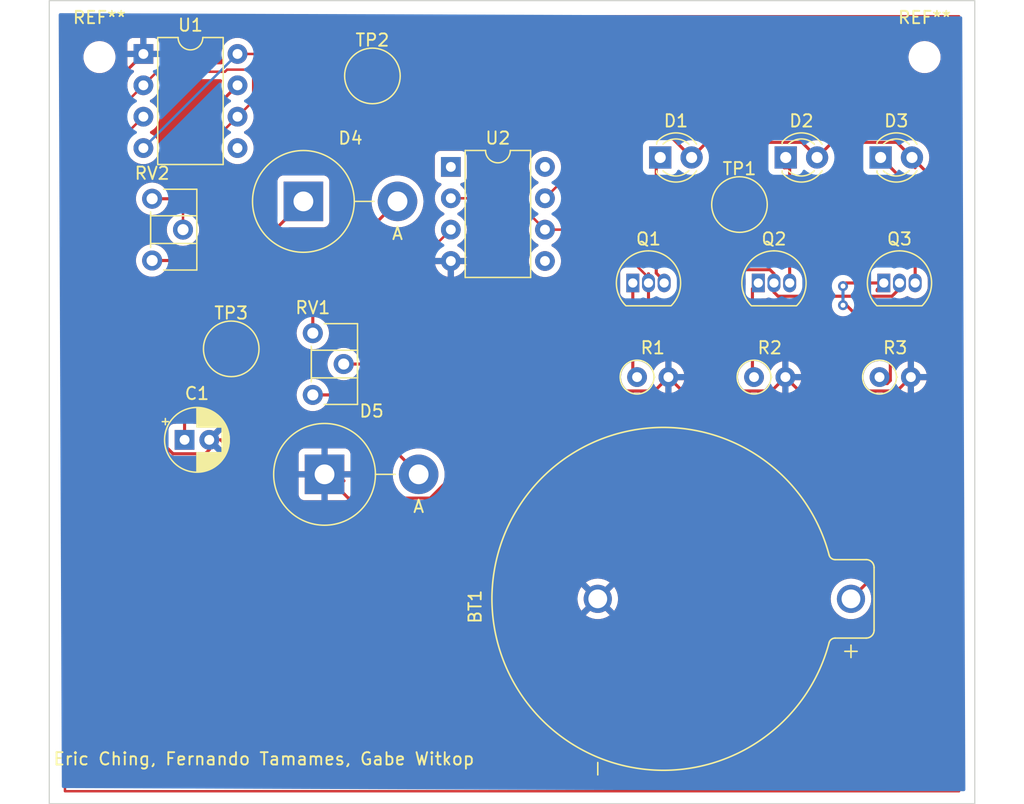
<source format=kicad_pcb>
(kicad_pcb (version 20221018) (generator pcbnew)
  (layers (0 "F.Cu" signal) (31 "B.Cu" signal) (34 "B.Paste" user) (35 "F.Paste" user) (36 "B.SilkS" user "B.Silkscreen") (37 "F.SilkS" user "F.Silkscreen") (38 "B.Mask" user) (39 "F.Mask" user) (44 "Edge.Cuts" user))
  (net 0 "")
  (net 1 "GND")
  (net 2 "Net-(D1-K)")
  (net 3 "Net-(D2-K)")
  (net 4 "Net-(D3-K)")
  (net 5 "Net-(D4-K)")
  (net 6 "Net-(D4-A)")
  (net 7 "Net-(D5-A)")
  (net 8 "Net-(Q1-E)")
  (net 9 "Net-(Q1-B)")
  (net 10 "Net-(Q2-E)")
  (net 11 "Net-(Q3-E)")
  (net 12 "Net-(U2-+)")
  (net 13 "Net-(U1-DIS)")
  (net 18 "Net-(U1-THR)")
  (net 19 "+3.3V")
  (footprint "elec240_ornament_footprint:BAT_1026" (layer "F.Cu") (at 127.442455 104.314767 90)
    (fp_text reference "BT1" (at -0.635 -15.24 90) (layer "F.SilkS"))
    (fp_text value "Battery")
    (fp_line (start -14.25 -5.3108) (end -13.25 -5.3108) (stroke (width 0.127)) (layer "F.SilkS"))
    (fp_line (start -4.75 15.1892) (end -3.75 15.1892) (stroke (width 0.127)) (layer "F.SilkS"))
    (fp_line (start -4.25 14.6892) (end -4.25 15.6892) (stroke (width 0.127)) (layer "F.SilkS"))
    (fp_line (start -3.175 13.9098) (end -3.175 16.4242) (stroke (width 0.127)) (layer "F.SilkS"))
    (fp_line (start -2.54 17.0592) (end 2.54 17.0592) (stroke (width 0.127)) (layer "F.SilkS"))
    (fp_line (start 3.175 13.9098) (end 3.175 16.4242) (stroke (width 0.127)) (layer "F.SilkS"))
    (fp_arc (start -3.55402 13.4173) (mid -3.280724 13.599069) (end -3.175 13.9098) (stroke (width 0.127)) (layer "F.SilkS"))
    (fp_arc (start -3.55402 13.4173) (mid 0 -13.879992) (end 3.55402 13.4173) (stroke (width 0.127)) (layer "F.SilkS"))
    (fp_arc (start -2.54 17.0592) (mid -2.989013 16.873213) (end -3.175 16.4242) (stroke (width 0.127)) (layer "F.SilkS"))
    (fp_arc (start 3.175 13.9098) (mid 3.280723 13.599067) (end 3.55402 13.4173) (stroke (width 0.127)) (layer "F.SilkS"))
    (fp_arc (start 3.175 16.4242) (mid 2.989013 16.873213) (end 2.54 17.0592) (stroke (width 0.127)) (layer "F.SilkS"))
    (pad "N" thru_hole circle (at 0 -5.3108 90) (size 2.28 2.28) (drill 1.52) (layers "*.Cu" "*.Mask") (net 1 "GND"))
    (pad "P" thru_hole circle (at 0 15.1892 90) (size 2.28 2.28) (drill 1.52) (layers "*.Cu" "*.Mask") (net 19 "+3.3V"))
  )
  (footprint "Capacitor_THT:CP_Radial_D5.0mm_P2.00mm" (layer "F.Cu") (at 88.678 91.44)
    (fp_text reference "C1" (at 1 -3.75) (layer "F.SilkS"))
    (fp_text value "47u")
    (fp_line (start -1.804775 -1.475) (end -1.304775 -1.475) (stroke (width 0.12)) (layer "F.SilkS"))
    (fp_line (start -1.554775 -1.725) (end -1.554775 -1.225) (stroke (width 0.12)) (layer "F.SilkS"))
    (fp_line (start 1 -2.58) (end 1 -1.04) (stroke (width 0.12)) (layer "F.SilkS"))
    (fp_line (start 1 1.04) (end 1 2.58) (stroke (width 0.12)) (layer "F.SilkS"))
    (fp_line (start 1.04 -2.58) (end 1.04 -1.04) (stroke (width 0.12)) (layer "F.SilkS"))
    (fp_line (start 1.04 1.04) (end 1.04 2.58) (stroke (width 0.12)) (layer "F.SilkS"))
    (fp_line (start 1.08 -2.579) (end 1.08 -1.04) (stroke (width 0.12)) (layer "F.SilkS"))
    (fp_line (start 1.08 1.04) (end 1.08 2.579) (stroke (width 0.12)) (layer "F.SilkS"))
    (fp_line (start 1.12 -2.578) (end 1.12 -1.04) (stroke (width 0.12)) (layer "F.SilkS"))
    (fp_line (start 1.12 1.04) (end 1.12 2.578) (stroke (width 0.12)) (layer "F.SilkS"))
    (fp_line (start 1.16 -2.576) (end 1.16 -1.04) (stroke (width 0.12)) (layer "F.SilkS"))
    (fp_line (start 1.16 1.04) (end 1.16 2.576) (stroke (width 0.12)) (layer "F.SilkS"))
    (fp_line (start 1.2 -2.573) (end 1.2 -1.04) (stroke (width 0.12)) (layer "F.SilkS"))
    (fp_line (start 1.2 1.04) (end 1.2 2.573) (stroke (width 0.12)) (layer "F.SilkS"))
    (fp_line (start 1.24 -2.569) (end 1.24 -1.04) (stroke (width 0.12)) (layer "F.SilkS"))
    (fp_line (start 1.24 1.04) (end 1.24 2.569) (stroke (width 0.12)) (layer "F.SilkS"))
    (fp_line (start 1.28 -2.565) (end 1.28 -1.04) (stroke (width 0.12)) (layer "F.SilkS"))
    (fp_line (start 1.28 1.04) (end 1.28 2.565) (stroke (width 0.12)) (layer "F.SilkS"))
    (fp_line (start 1.32 -2.561) (end 1.32 -1.04) (stroke (width 0.12)) (layer "F.SilkS"))
    (fp_line (start 1.32 1.04) (end 1.32 2.561) (stroke (width 0.12)) (layer "F.SilkS"))
    (fp_line (start 1.36 -2.556) (end 1.36 -1.04) (stroke (width 0.12)) (layer "F.SilkS"))
    (fp_line (start 1.36 1.04) (end 1.36 2.556) (stroke (width 0.12)) (layer "F.SilkS"))
    (fp_line (start 1.4 -2.55) (end 1.4 -1.04) (stroke (width 0.12)) (layer "F.SilkS"))
    (fp_line (start 1.4 1.04) (end 1.4 2.55) (stroke (width 0.12)) (layer "F.SilkS"))
    (fp_line (start 1.44 -2.543) (end 1.44 -1.04) (stroke (width 0.12)) (layer "F.SilkS"))
    (fp_line (start 1.44 1.04) (end 1.44 2.543) (stroke (width 0.12)) (layer "F.SilkS"))
    (fp_line (start 1.48 -2.536) (end 1.48 -1.04) (stroke (width 0.12)) (layer "F.SilkS"))
    (fp_line (start 1.48 1.04) (end 1.48 2.536) (stroke (width 0.12)) (layer "F.SilkS"))
    (fp_line (start 1.52 -2.528) (end 1.52 -1.04) (stroke (width 0.12)) (layer "F.SilkS"))
    (fp_line (start 1.52 1.04) (end 1.52 2.528) (stroke (width 0.12)) (layer "F.SilkS"))
    (fp_line (start 1.56 -2.52) (end 1.56 -1.04) (stroke (width 0.12)) (layer "F.SilkS"))
    (fp_line (start 1.56 1.04) (end 1.56 2.52) (stroke (width 0.12)) (layer "F.SilkS"))
    (fp_line (start 1.6 -2.511) (end 1.6 -1.04) (stroke (width 0.12)) (layer "F.SilkS"))
    (fp_line (start 1.6 1.04) (end 1.6 2.511) (stroke (width 0.12)) (layer "F.SilkS"))
    (fp_line (start 1.64 -2.501) (end 1.64 -1.04) (stroke (width 0.12)) (layer "F.SilkS"))
    (fp_line (start 1.64 1.04) (end 1.64 2.501) (stroke (width 0.12)) (layer "F.SilkS"))
    (fp_line (start 1.68 -2.491) (end 1.68 -1.04) (stroke (width 0.12)) (layer "F.SilkS"))
    (fp_line (start 1.68 1.04) (end 1.68 2.491) (stroke (width 0.12)) (layer "F.SilkS"))
    (fp_line (start 1.721 -2.48) (end 1.721 -1.04) (stroke (width 0.12)) (layer "F.SilkS"))
    (fp_line (start 1.721 1.04) (end 1.721 2.48) (stroke (width 0.12)) (layer "F.SilkS"))
    (fp_line (start 1.761 -2.468) (end 1.761 -1.04) (stroke (width 0.12)) (layer "F.SilkS"))
    (fp_line (start 1.761 1.04) (end 1.761 2.468) (stroke (width 0.12)) (layer "F.SilkS"))
    (fp_line (start 1.801 -2.455) (end 1.801 -1.04) (stroke (width 0.12)) (layer "F.SilkS"))
    (fp_line (start 1.801 1.04) (end 1.801 2.455) (stroke (width 0.12)) (layer "F.SilkS"))
    (fp_line (start 1.841 -2.442) (end 1.841 -1.04) (stroke (width 0.12)) (layer "F.SilkS"))
    (fp_line (start 1.841 1.04) (end 1.841 2.442) (stroke (width 0.12)) (layer "F.SilkS"))
    (fp_line (start 1.881 -2.428) (end 1.881 -1.04) (stroke (width 0.12)) (layer "F.SilkS"))
    (fp_line (start 1.881 1.04) (end 1.881 2.428) (stroke (width 0.12)) (layer "F.SilkS"))
    (fp_line (start 1.921 -2.414) (end 1.921 -1.04) (stroke (width 0.12)) (layer "F.SilkS"))
    (fp_line (start 1.921 1.04) (end 1.921 2.414) (stroke (width 0.12)) (layer "F.SilkS"))
    (fp_line (start 1.961 -2.398) (end 1.961 -1.04) (stroke (width 0.12)) (layer "F.SilkS"))
    (fp_line (start 1.961 1.04) (end 1.961 2.398) (stroke (width 0.12)) (layer "F.SilkS"))
    (fp_line (start 2.001 -2.382) (end 2.001 -1.04) (stroke (width 0.12)) (layer "F.SilkS"))
    (fp_line (start 2.001 1.04) (end 2.001 2.382) (stroke (width 0.12)) (layer "F.SilkS"))
    (fp_line (start 2.041 -2.365) (end 2.041 -1.04) (stroke (width 0.12)) (layer "F.SilkS"))
    (fp_line (start 2.041 1.04) (end 2.041 2.365) (stroke (width 0.12)) (layer "F.SilkS"))
    (fp_line (start 2.081 -2.348) (end 2.081 -1.04) (stroke (width 0.12)) (layer "F.SilkS"))
    (fp_line (start 2.081 1.04) (end 2.081 2.348) (stroke (width 0.12)) (layer "F.SilkS"))
    (fp_line (start 2.121 -2.329) (end 2.121 -1.04) (stroke (width 0.12)) (layer "F.SilkS"))
    (fp_line (start 2.121 1.04) (end 2.121 2.329) (stroke (width 0.12)) (layer "F.SilkS"))
    (fp_line (start 2.161 -2.31) (end 2.161 -1.04) (stroke (width 0.12)) (layer "F.SilkS"))
    (fp_line (start 2.161 1.04) (end 2.161 2.31) (stroke (width 0.12)) (layer "F.SilkS"))
    (fp_line (start 2.201 -2.29) (end 2.201 -1.04) (stroke (width 0.12)) (layer "F.SilkS"))
    (fp_line (start 2.201 1.04) (end 2.201 2.29) (stroke (width 0.12)) (layer "F.SilkS"))
    (fp_line (start 2.241 -2.268) (end 2.241 -1.04) (stroke (width 0.12)) (layer "F.SilkS"))
    (fp_line (start 2.241 1.04) (end 2.241 2.268) (stroke (width 0.12)) (layer "F.SilkS"))
    (fp_line (start 2.281 -2.247) (end 2.281 -1.04) (stroke (width 0.12)) (layer "F.SilkS"))
    (fp_line (start 2.281 1.04) (end 2.281 2.247) (stroke (width 0.12)) (layer "F.SilkS"))
    (fp_line (start 2.321 -2.224) (end 2.321 -1.04) (stroke (width 0.12)) (layer "F.SilkS"))
    (fp_line (start 2.321 1.04) (end 2.321 2.224) (stroke (width 0.12)) (layer "F.SilkS"))
    (fp_line (start 2.361 -2.2) (end 2.361 -1.04) (stroke (width 0.12)) (layer "F.SilkS"))
    (fp_line (start 2.361 1.04) (end 2.361 2.2) (stroke (width 0.12)) (layer "F.SilkS"))
    (fp_line (start 2.401 -2.175) (end 2.401 -1.04) (stroke (width 0.12)) (layer "F.SilkS"))
    (fp_line (start 2.401 1.04) (end 2.401 2.175) (stroke (width 0.12)) (layer "F.SilkS"))
    (fp_line (start 2.441 -2.149) (end 2.441 -1.04) (stroke (width 0.12)) (layer "F.SilkS"))
    (fp_line (start 2.441 1.04) (end 2.441 2.149) (stroke (width 0.12)) (layer "F.SilkS"))
    (fp_line (start 2.481 -2.122) (end 2.481 -1.04) (stroke (width 0.12)) (layer "F.SilkS"))
    (fp_line (start 2.481 1.04) (end 2.481 2.122) (stroke (width 0.12)) (layer "F.SilkS"))
    (fp_line (start 2.521 -2.095) (end 2.521 -1.04) (stroke (width 0.12)) (layer "F.SilkS"))
    (fp_line (start 2.521 1.04) (end 2.521 2.095) (stroke (width 0.12)) (layer "F.SilkS"))
    (fp_line (start 2.561 -2.065) (end 2.561 -1.04) (stroke (width 0.12)) (layer "F.SilkS"))
    (fp_line (start 2.561 1.04) (end 2.561 2.065) (stroke (width 0.12)) (layer "F.SilkS"))
    (fp_line (start 2.601 -2.035) (end 2.601 -1.04) (stroke (width 0.12)) (layer "F.SilkS"))
    (fp_line (start 2.601 1.04) (end 2.601 2.035) (stroke (width 0.12)) (layer "F.SilkS"))
    (fp_line (start 2.641 -2.004) (end 2.641 -1.04) (stroke (width 0.12)) (layer "F.SilkS"))
    (fp_line (start 2.641 1.04) (end 2.641 2.004) (stroke (width 0.12)) (layer "F.SilkS"))
    (fp_line (start 2.681 -1.971) (end 2.681 -1.04) (stroke (width 0.12)) (layer "F.SilkS"))
    (fp_line (start 2.681 1.04) (end 2.681 1.971) (stroke (width 0.12)) (layer "F.SilkS"))
    (fp_line (start 2.721 -1.937) (end 2.721 -1.04) (stroke (width 0.12)) (layer "F.SilkS"))
    (fp_line (start 2.721 1.04) (end 2.721 1.937) (stroke (width 0.12)) (layer "F.SilkS"))
    (fp_line (start 2.761 -1.901) (end 2.761 -1.04) (stroke (width 0.12)) (layer "F.SilkS"))
    (fp_line (start 2.761 1.04) (end 2.761 1.901) (stroke (width 0.12)) (layer "F.SilkS"))
    (fp_line (start 2.801 -1.864) (end 2.801 -1.04) (stroke (width 0.12)) (layer "F.SilkS"))
    (fp_line (start 2.801 1.04) (end 2.801 1.864) (stroke (width 0.12)) (layer "F.SilkS"))
    (fp_line (start 2.841 -1.826) (end 2.841 -1.04) (stroke (width 0.12)) (layer "F.SilkS"))
    (fp_line (start 2.841 1.04) (end 2.841 1.826) (stroke (width 0.12)) (layer "F.SilkS"))
    (fp_line (start 2.881 -1.785) (end 2.881 -1.04) (stroke (width 0.12)) (layer "F.SilkS"))
    (fp_line (start 2.881 1.04) (end 2.881 1.785) (stroke (width 0.12)) (layer "F.SilkS"))
    (fp_line (start 2.921 -1.743) (end 2.921 -1.04) (stroke (width 0.12)) (layer "F.SilkS"))
    (fp_line (start 2.921 1.04) (end 2.921 1.743) (stroke (width 0.12)) (layer "F.SilkS"))
    (fp_line (start 2.961 -1.699) (end 2.961 -1.04) (stroke (width 0.12)) (layer "F.SilkS"))
    (fp_line (start 2.961 1.04) (end 2.961 1.699) (stroke (width 0.12)) (layer "F.SilkS"))
    (fp_line (start 3.001 -1.653) (end 3.001 -1.04) (stroke (width 0.12)) (layer "F.SilkS"))
    (fp_line (start 3.001 1.04) (end 3.001 1.653) (stroke (width 0.12)) (layer "F.SilkS"))
    (fp_line (start 3.041 -1.605) (end 3.041 1.605) (stroke (width 0.12)) (layer "F.SilkS"))
    (fp_line (start 3.081 -1.554) (end 3.081 1.554) (stroke (width 0.12)) (layer "F.SilkS"))
    (fp_line (start 3.121 -1.5) (end 3.121 1.5) (stroke (width 0.12)) (layer "F.SilkS"))
    (fp_line (start 3.161 -1.443) (end 3.161 1.443) (stroke (width 0.12)) (layer "F.SilkS"))
    (fp_line (start 3.201 -1.383) (end 3.201 1.383) (stroke (width 0.12)) (layer "F.SilkS"))
    (fp_line (start 3.241 -1.319) (end 3.241 1.319) (stroke (width 0.12)) (layer "F.SilkS"))
    (fp_line (start 3.281 -1.251) (end 3.281 1.251) (stroke (width 0.12)) (layer "F.SilkS"))
    (fp_line (start 3.321 -1.178) (end 3.321 1.178) (stroke (width 0.12)) (layer "F.SilkS"))
    (fp_line (start 3.361 -1.098) (end 3.361 1.098) (stroke (width 0.12)) (layer "F.SilkS"))
    (fp_line (start 3.401 -1.011) (end 3.401 1.011) (stroke (width 0.12)) (layer "F.SilkS"))
    (fp_line (start 3.441 -0.915) (end 3.441 0.915) (stroke (width 0.12)) (layer "F.SilkS"))
    (fp_line (start 3.481 -0.805) (end 3.481 0.805) (stroke (width 0.12)) (layer "F.SilkS"))
    (fp_line (start 3.521 -0.677) (end 3.521 0.677) (stroke (width 0.12)) (layer "F.SilkS"))
    (fp_line (start 3.561 -0.518) (end 3.561 0.518) (stroke (width 0.12)) (layer "F.SilkS"))
    (fp_line (start 3.601 -0.284) (end 3.601 0.284) (stroke (width 0.12)) (layer "F.SilkS"))
    (fp_circle (center 1 0) (end 3.62 0) (stroke (width 0.12)) (fill none) (layer "F.SilkS"))
    (pad "1" thru_hole rect (at 0 0) (size 1.6 1.6) (drill 0.8) (layers "*.Cu" "*.Mask") (net 18 "Net-(U1-THR)"))
    (pad "2" thru_hole circle (at 2 0) (size 1.6 1.6) (drill 0.8) (layers "*.Cu" "*.Mask") (net 1 "GND"))
  )
  (footprint "Package_TO_SOT_THT:TO-92_Inline" (layer "F.Cu") (at 145.288 78.74)
    (fp_text reference "Q3" (at 1.27 -3.56) (layer "F.SilkS"))
    (fp_text value "2N3904")
    (fp_line (start -0.53 1.85) (end 3.07 1.85) (stroke (width 0.12)) (layer "F.SilkS"))
    (fp_arc (start -0.568478 1.838478) (mid -1.132087 -0.994977) (end 1.27 -2.6) (stroke (width 0.12)) (layer "F.SilkS"))
    (fp_arc (start 1.27 -2.6) (mid 3.672087 -0.994977) (end 3.108478 1.838478) (stroke (width 0.12)) (layer "F.SilkS"))
    (pad "1" thru_hole rect (at 0 0) (size 1.05 1.5) (drill 0.75) (layers "*.Cu" "*.Mask") (net 11 "Net-(Q3-E)"))
    (pad "2" thru_hole oval (at 1.27 0) (size 1.05 1.5) (drill 0.75) (layers "*.Cu" "*.Mask") (net 9 "Net-(Q1-B)"))
    (pad "3" thru_hole oval (at 2.54 0) (size 1.05 1.5) (drill 0.75) (layers "*.Cu" "*.Mask") (net 4 "Net-(D3-K)"))
  )
  (footprint "LED_THT:LED_D3.0mm" (layer "F.Cu") (at 137.348 68.58)
    (fp_text reference "D2" (at 1.27 -2.96) (layer "F.SilkS"))
    (fp_text value "LED")
    (fp_line (start -0.29 -1.236) (end -0.29 -1.08) (stroke (width 0.12)) (layer "F.SilkS"))
    (fp_line (start -0.29 1.08) (end -0.29 1.236) (stroke (width 0.12)) (layer "F.SilkS"))
    (fp_arc (start -0.29 -1.235516) (mid 1.366487 -1.987659) (end 2.942335 -1.078608) (stroke (width 0.12)) (layer "F.SilkS"))
    (fp_arc (start 0.229039 -1.08) (mid 1.270117 -1.5) (end 2.31113 -1.079837) (stroke (width 0.12)) (layer "F.SilkS"))
    (fp_arc (start 2.31113 1.079837) (mid 1.270117 1.5) (end 0.229039 1.08) (stroke (width 0.12)) (layer "F.SilkS"))
    (fp_arc (start 2.942335 1.078608) (mid 1.366487 1.987659) (end -0.29 1.235516) (stroke (width 0.12)) (layer "F.SilkS"))
    (pad "1" thru_hole rect (at 0 0) (size 1.8 1.8) (drill 0.9) (layers "*.Cu" "*.Mask") (net 3 "Net-(D2-K)"))
    (pad "2" thru_hole circle (at 2.54 0) (size 1.8 1.8) (drill 0.9) (layers "*.Cu" "*.Mask") (net 19 "+3.3V"))
  )
  (footprint "Package_TO_SOT_THT:TO-92_Inline" (layer "F.Cu") (at 135.128 78.74)
    (fp_text reference "Q2" (at 1.27 -3.56) (layer "F.SilkS"))
    (fp_text value "2N3904")
    (fp_line (start -0.53 1.85) (end 3.07 1.85) (stroke (width 0.12)) (layer "F.SilkS"))
    (fp_arc (start -0.568478 1.838478) (mid -1.132087 -0.994977) (end 1.27 -2.6) (stroke (width 0.12)) (layer "F.SilkS"))
    (fp_arc (start 1.27 -2.6) (mid 3.672087 -0.994977) (end 3.108478 1.838478) (stroke (width 0.12)) (layer "F.SilkS"))
    (pad "1" thru_hole rect (at 0 0) (size 1.05 1.5) (drill 0.75) (layers "*.Cu" "*.Mask") (net 10 "Net-(Q2-E)"))
    (pad "2" thru_hole oval (at 1.27 0) (size 1.05 1.5) (drill 0.75) (layers "*.Cu" "*.Mask") (net 9 "Net-(Q1-B)"))
    (pad "3" thru_hole oval (at 2.54 0) (size 1.05 1.5) (drill 0.75) (layers "*.Cu" "*.Mask") (net 3 "Net-(D2-K)"))
  )
  (footprint "Potentiometer_THT:Potentiometer_ACP_CA6-H2,5_Horizontal" (layer "F.Cu") (at 99.06 82.804)
    (fp_text reference "RV1" (at 0 -2.06) (layer "F.SilkS"))
    (fp_text value "20K")
    (fp_line (start -0.121 1.066) (end -0.121 3.935) (stroke (width 0.12)) (layer "F.SilkS"))
    (fp_line (start -0.121 1.38) (end -0.121 3.62) (stroke (width 0.12)) (layer "F.SilkS"))
    (fp_line (start -0.121 1.38) (end 3.62 1.38) (stroke (width 0.12)) (layer "F.SilkS"))
    (fp_line (start -0.121 3.62) (end 3.62 3.62) (stroke (width 0.12)) (layer "F.SilkS"))
    (fp_line (start 0.925 -0.77) (end 3.62 -0.77) (stroke (width 0.12)) (layer "F.SilkS"))
    (fp_line (start 0.925 5.77) (end 3.62 5.77) (stroke (width 0.12)) (layer "F.SilkS"))
    (fp_line (start 3.62 -0.77) (end 3.62 5.77) (stroke (width 0.12)) (layer "F.SilkS"))
    (fp_line (start 3.62 1.38) (end 3.62 3.62) (stroke (width 0.12)) (layer "F.SilkS"))
    (pad "1" thru_hole circle (at 0 0) (size 1.62 1.62) (drill 0.9) (layers "*.Cu" "*.Mask") (net 6 "Net-(D4-A)"))
    (pad "2" thru_hole circle (at 2.5 2.5) (size 1.62 1.62) (drill 0.9) (layers "*.Cu" "*.Mask") (net 12 "Net-(U2-+)"))
    (pad "3" thru_hole circle (at 0 5) (size 1.62 1.62) (drill 0.9) (layers "*.Cu" "*.Mask") (net 7 "Net-(D5-A)"))
  )
  (footprint "LED_THT:LED_D3.0mm" (layer "F.Cu") (at 145.029 68.58)
    (fp_text reference "D3" (at 1.27 -2.96) (layer "F.SilkS"))
    (fp_text value "LED")
    (fp_line (start -0.29 -1.236) (end -0.29 -1.08) (stroke (width 0.12)) (layer "F.SilkS"))
    (fp_line (start -0.29 1.08) (end -0.29 1.236) (stroke (width 0.12)) (layer "F.SilkS"))
    (fp_arc (start -0.29 -1.235516) (mid 1.366487 -1.987659) (end 2.942335 -1.078608) (stroke (width 0.12)) (layer "F.SilkS"))
    (fp_arc (start 0.229039 -1.08) (mid 1.270117 -1.5) (end 2.31113 -1.079837) (stroke (width 0.12)) (layer "F.SilkS"))
    (fp_arc (start 2.31113 1.079837) (mid 1.270117 1.5) (end 0.229039 1.08) (stroke (width 0.12)) (layer "F.SilkS"))
    (fp_arc (start 2.942335 1.078608) (mid 1.366487 1.987659) (end -0.29 1.235516) (stroke (width 0.12)) (layer "F.SilkS"))
    (pad "1" thru_hole rect (at 0 0) (size 1.8 1.8) (drill 0.9) (layers "*.Cu" "*.Mask") (net 4 "Net-(D3-K)"))
    (pad "2" thru_hole circle (at 2.54 0) (size 1.8 1.8) (drill 0.9) (layers "*.Cu" "*.Mask") (net 19 "+3.3V"))
  )
  (footprint "elec240_ornament_footprint:TestPoint_Pad_D4.0mm" (layer "F.Cu") (at 103.886 61.976)
    (fp_text reference "TP2" (at 0 -2.898) (layer "F.SilkS"))
    (fp_text value "TestPoint_Probe")
    (fp_circle (center 0 0) (end 0 2.25) (stroke (width 0.12)) (fill none) (layer "F.SilkS"))
    (pad "1" smd circle (at 0 0) (size 4 4) (layers "F.Cu" "F.Mask") (net 19 "+3.3V"))
  )
  (footprint "MountingHole:MountingHole_2.1mm" (layer "F.Cu") (at 81.788 60.452)
    (fp_text reference "REF**" (at 0 -3.2) (layer "F.SilkS"))
    (fp_text value "MountingHole_2.1mm")
    (pad "" np_thru_hole circle (at 0 0) (size 2.1 2.1) (drill 2.1) (layers "*.Cu" "*.Mask"))
  )
  (footprint "elec240_ornament_footprint:DIP-8_W7.62mm" (layer "F.Cu") (at 110.236 69.342)
    (fp_text reference "U2" (at 3.81 -2.33) (layer "F.SilkS"))
    (fp_text value "LM741")
    (fp_line (start 1.16 -1.33) (end 1.16 8.95) (stroke (width 0.12)) (layer "F.SilkS"))
    (fp_line (start 1.16 8.95) (end 6.46 8.95) (stroke (width 0.12)) (layer "F.SilkS"))
    (fp_line (start 2.81 -1.33) (end 1.16 -1.33) (stroke (width 0.12)) (layer "F.SilkS"))
    (fp_line (start 6.46 -1.33) (end 4.81 -1.33) (stroke (width 0.12)) (layer "F.SilkS"))
    (fp_line (start 6.46 8.95) (end 6.46 -1.33) (stroke (width 0.12)) (layer "F.SilkS"))
    (fp_arc (start 4.81 -1.33) (mid 3.81 -0.33) (end 2.81 -1.33) (stroke (width 0.12)) (layer "F.SilkS"))
    (pad "1" thru_hole rect (at 0 0) (size 1.6 1.6) (drill 0.8) (layers "*.Cu" "*.Mask"))
    (pad "2" thru_hole oval (at 0 2.54) (size 1.6 1.6) (drill 0.8) (layers "*.Cu" "*.Mask") (net 9 "Net-(Q1-B)"))
    (pad "3" thru_hole oval (at 0 5.08) (size 1.6 1.6) (drill 0.8) (layers "*.Cu" "*.Mask") (net 12 "Net-(U2-+)"))
    (pad "4" thru_hole oval (at 0 7.62) (size 1.6 1.6) (drill 0.8) (layers "*.Cu" "*.Mask") (net 1 "GND"))
    (pad "5" thru_hole oval (at 7.62 7.62) (size 1.6 1.6) (drill 0.8) (layers "*.Cu" "*.Mask"))
    (pad "6" thru_hole oval (at 7.62 5.08) (size 1.6 1.6) (drill 0.8) (layers "*.Cu" "*.Mask") (net 9 "Net-(Q1-B)"))
    (pad "7" thru_hole oval (at 7.62 2.54) (size 1.6 1.6) (drill 0.8) (layers "*.Cu" "*.Mask") (net 19 "+3.3V"))
    (pad "8" thru_hole oval (at 7.62 0) (size 1.6 1.6) (drill 0.8) (layers "*.Cu" "*.Mask"))
  )
  (footprint "Diode_THT:D_5KPW_P7.62mm_Vertical_AnodeUp" (layer "F.Cu") (at 98.298 72.136)
    (fp_text reference "D4" (at 3.81 -5.12) (layer "F.SilkS"))
    (fp_text value "D_Schottky")
    (fp_text user "A" (at 7.62 2.6) (layer "F.SilkS"))
    (fp_line (start 4.12 0) (end 5.72 0) (stroke (width 0.12)) (layer "F.SilkS"))
    (fp_circle (center 0 0) (end 4.12 0) (stroke (width 0.12)) (fill none) (layer "F.SilkS"))
    (pad "1" thru_hole rect (at 0 0) (size 3.2 3.2) (drill 1.6) (layers "*.Cu" "*.Mask") (net 5 "Net-(D4-K)"))
    (pad "2" thru_hole oval (at 7.62 0) (size 3.2 3.2) (drill 1.6) (layers "*.Cu" "*.Mask") (net 6 "Net-(D4-A)"))
  )
  (footprint "MountingHole:MountingHole_2.1mm" (layer "F.Cu") (at 148.59 60.452)
    (fp_text reference "REF**" (at 0 -3.2) (layer "F.SilkS"))
    (fp_text value "MountingHole_2.1mm")
    (pad "" np_thru_hole circle (at 0 0) (size 2.1 2.1) (drill 2.1) (layers "*.Cu" "*.Mask"))
  )
  (footprint "elec240_ornament_footprint:TestPoint_Pad_D4.0mm" (layer "F.Cu") (at 92.456 84.074)
    (fp_text reference "TP3" (at 0 -2.898) (layer "F.SilkS"))
    (fp_text value "TestPoint_Probe")
    (fp_circle (center 0 0) (end 0 2.25) (stroke (width 0.12)) (fill none) (layer "F.SilkS"))
    (pad "1" smd circle (at 0 0) (size 4 4) (layers "F.Cu" "F.Mask") (net 6 "Net-(D4-A)"))
  )
  (footprint "Resistor_THT:R_Axial_DIN0207_L6.3mm_D2.5mm_P2.54mm_Vertical" (layer "F.Cu") (at 144.943 86.36)
    (fp_text reference "R3" (at 1.27 -2.37) (layer "F.SilkS"))
    (fp_text value "500")
    (fp_line (start 1.37 0) (end 1.44 0) (stroke (width 0.12)) (layer "F.SilkS"))
    (fp_circle (center 0 0) (end 1.37 0) (stroke (width 0.12)) (fill none) (layer "F.SilkS"))
    (pad "1" thru_hole circle (at 0 0) (size 1.6 1.6) (drill 0.8) (layers "*.Cu" "*.Mask") (net 11 "Net-(Q3-E)"))
    (pad "2" thru_hole oval (at 2.54 0) (size 1.6 1.6) (drill 0.8) (layers "*.Cu" "*.Mask") (net 1 "GND"))
  )
  (footprint "elec240_ornament_footprint:DIP-8_W7.62mm" (layer "F.Cu") (at 85.344 60.198)
    (fp_text reference "U1" (at 3.81 -2.33) (layer "F.SilkS"))
    (fp_text value "ICM7555")
    (fp_line (start 1.16 -1.33) (end 1.16 8.95) (stroke (width 0.12)) (layer "F.SilkS"))
    (fp_line (start 1.16 8.95) (end 6.46 8.95) (stroke (width 0.12)) (layer "F.SilkS"))
    (fp_line (start 2.81 -1.33) (end 1.16 -1.33) (stroke (width 0.12)) (layer "F.SilkS"))
    (fp_line (start 6.46 -1.33) (end 4.81 -1.33) (stroke (width 0.12)) (layer "F.SilkS"))
    (fp_line (start 6.46 8.95) (end 6.46 -1.33) (stroke (width 0.12)) (layer "F.SilkS"))
    (fp_arc (start 4.81 -1.33) (mid 3.81 -0.33) (end 2.81 -1.33) (stroke (width 0.12)) (layer "F.SilkS"))
    (pad "1" thru_hole rect (at 0 0) (size 1.6 1.6) (drill 0.8) (layers "*.Cu" "*.Mask") (net 1 "GND"))
    (pad "2" thru_hole oval (at 0 2.54) (size 1.6 1.6) (drill 0.8) (layers "*.Cu" "*.Mask") (net 18 "Net-(U1-THR)"))
    (pad "3" thru_hole oval (at 0 5.08) (size 1.6 1.6) (drill 0.8) (layers "*.Cu" "*.Mask") (net 6 "Net-(D4-A)"))
    (pad "4" thru_hole oval (at 0 7.62) (size 1.6 1.6) (drill 0.8) (layers "*.Cu" "*.Mask") (net 19 "+3.3V"))
    (pad "5" thru_hole oval (at 7.62 7.62) (size 1.6 1.6) (drill 0.8) (layers "*.Cu" "*.Mask"))
    (pad "6" thru_hole oval (at 7.62 5.08) (size 1.6 1.6) (drill 0.8) (layers "*.Cu" "*.Mask") (net 18 "Net-(U1-THR)"))
    (pad "7" thru_hole oval (at 7.62 2.54) (size 1.6 1.6) (drill 0.8) (layers "*.Cu" "*.Mask") (net 13 "Net-(U1-DIS)"))
    (pad "8" thru_hole oval (at 7.62 0) (size 1.6 1.6) (drill 0.8) (layers "*.Cu" "*.Mask") (net 19 "+3.3V"))
  )
  (footprint "Diode_THT:D_5KPW_P7.62mm_Vertical_AnodeUp" (layer "F.Cu") (at 100.01 94.234)
    (fp_text reference "D5" (at 3.81 -5.12) (layer "F.SilkS"))
    (fp_text value "D_Schottky")
    (fp_text user "A" (at 7.62 2.6) (layer "F.SilkS"))
    (fp_line (start 4.12 0) (end 5.72 0) (stroke (width 0.12)) (layer "F.SilkS"))
    (fp_circle (center 0 0) (end 4.12 0) (stroke (width 0.12)) (fill none) (layer "F.SilkS"))
    (pad "1" thru_hole rect (at 0 0) (size 3.2 3.2) (drill 1.6) (layers "*.Cu" "*.Mask") (net 1 "GND"))
    (pad "2" thru_hole oval (at 7.62 0) (size 3.2 3.2) (drill 1.6) (layers "*.Cu" "*.Mask") (net 7 "Net-(D5-A)"))
  )
  (footprint "Package_TO_SOT_THT:TO-92_Inline" (layer "F.Cu") (at 124.968 78.74)
    (fp_text reference "Q1" (at 1.27 -3.56) (layer "F.SilkS"))
    (fp_text value "2N3904")
    (fp_line (start -0.53 1.85) (end 3.07 1.85) (stroke (width 0.12)) (layer "F.SilkS"))
    (fp_arc (start -0.568478 1.838478) (mid -1.132087 -0.994977) (end 1.27 -2.6) (stroke (width 0.12)) (layer "F.SilkS"))
    (fp_arc (start 1.27 -2.6) (mid 3.672087 -0.994977) (end 3.108478 1.838478) (stroke (width 0.12)) (layer "F.SilkS"))
    (pad "1" thru_hole rect (at 0 0) (size 1.05 1.5) (drill 0.75) (layers "*.Cu" "*.Mask") (net 8 "Net-(Q1-E)"))
    (pad "2" thru_hole oval (at 1.27 0) (size 1.05 1.5) (drill 0.75) (layers "*.Cu" "*.Mask") (net 9 "Net-(Q1-B)"))
    (pad "3" thru_hole oval (at 2.54 0) (size 1.05 1.5) (drill 0.75) (layers "*.Cu" "*.Mask") (net 2 "Net-(D1-K)"))
  )
  (footprint "Resistor_THT:R_Axial_DIN0207_L6.3mm_D2.5mm_P2.54mm_Vertical" (layer "F.Cu") (at 134.783 86.36)
    (fp_text reference "R2" (at 1.27 -2.37) (layer "F.SilkS"))
    (fp_text value "330")
    (fp_line (start 1.37 0) (end 1.44 0) (stroke (width 0.12)) (layer "F.SilkS"))
    (fp_circle (center 0 0) (end 1.37 0) (stroke (width 0.12)) (fill none) (layer "F.SilkS"))
    (pad "1" thru_hole circle (at 0 0) (size 1.6 1.6) (drill 0.8) (layers "*.Cu" "*.Mask") (net 10 "Net-(Q2-E)"))
    (pad "2" thru_hole oval (at 2.54 0) (size 1.6 1.6) (drill 0.8) (layers "*.Cu" "*.Mask") (net 1 "GND"))
  )
  (footprint "LED_THT:LED_D3.0mm" (layer "F.Cu") (at 127.188 68.58)
    (fp_text reference "D1" (at 1.27 -2.96) (layer "F.SilkS"))
    (fp_text value "LED")
    (fp_line (start -0.29 -1.236) (end -0.29 -1.08) (stroke (width 0.12)) (layer "F.SilkS"))
    (fp_line (start -0.29 1.08) (end -0.29 1.236) (stroke (width 0.12)) (layer "F.SilkS"))
    (fp_arc (start -0.29 -1.235516) (mid 1.366487 -1.987659) (end 2.942335 -1.078608) (stroke (width 0.12)) (layer "F.SilkS"))
    (fp_arc (start 0.229039 -1.08) (mid 1.270117 -1.5) (end 2.31113 -1.079837) (stroke (width 0.12)) (layer "F.SilkS"))
    (fp_arc (start 2.31113 1.079837) (mid 1.270117 1.5) (end 0.229039 1.08) (stroke (width 0.12)) (layer "F.SilkS"))
    (fp_arc (start 2.942335 1.078608) (mid 1.366487 1.987659) (end -0.29 1.235516) (stroke (width 0.12)) (layer "F.SilkS"))
    (pad "1" thru_hole rect (at 0 0) (size 1.8 1.8) (drill 0.9) (layers "*.Cu" "*.Mask") (net 2 "Net-(D1-K)"))
    (pad "2" thru_hole circle (at 2.54 0) (size 1.8 1.8) (drill 0.9) (layers "*.Cu" "*.Mask") (net 19 "+3.3V"))
  )
  (footprint "Resistor_THT:R_Axial_DIN0207_L6.3mm_D2.5mm_P2.54mm_Vertical" (layer "F.Cu") (at 125.313 86.36)
    (fp_text reference "R1" (at 1.27 -2.37) (layer "F.SilkS"))
    (fp_text value "220")
    (fp_line (start 1.37 0) (end 1.44 0) (stroke (width 0.12)) (layer "F.SilkS"))
    (fp_circle (center 0 0) (end 1.37 0) (stroke (width 0.12)) (fill none) (layer "F.SilkS"))
    (pad "1" thru_hole circle (at 0 0) (size 1.6 1.6) (drill 0.8) (layers "*.Cu" "*.Mask") (net 8 "Net-(Q1-E)"))
    (pad "2" thru_hole oval (at 2.54 0) (size 1.6 1.6) (drill 0.8) (layers "*.Cu" "*.Mask") (net 1 "GND"))
  )
  (footprint "Potentiometer_THT:Potentiometer_ACP_CA6-H2,5_Horizontal" (layer "F.Cu") (at 86.051 71.922)
    (fp_text reference "RV2" (at 0 -2.06) (layer "F.SilkS"))
    (fp_text value "20K")
    (fp_line (start -0.121 1.066) (end -0.121 3.935) (stroke (width 0.12)) (layer "F.SilkS"))
    (fp_line (start -0.121 1.38) (end -0.121 3.62) (stroke (width 0.12)) (layer "F.SilkS"))
    (fp_line (start -0.121 1.38) (end 3.62 1.38) (stroke (width 0.12)) (layer "F.SilkS"))
    (fp_line (start -0.121 3.62) (end 3.62 3.62) (stroke (width 0.12)) (layer "F.SilkS"))
    (fp_line (start 0.925 -0.77) (end 3.62 -0.77) (stroke (width 0.12)) (layer "F.SilkS"))
    (fp_line (start 0.925 5.77) (end 3.62 5.77) (stroke (width 0.12)) (layer "F.SilkS"))
    (fp_line (start 3.62 -0.77) (end 3.62 5.77) (stroke (width 0.12)) (layer "F.SilkS"))
    (fp_line (start 3.62 1.38) (end 3.62 3.62) (stroke (width 0.12)) (layer "F.SilkS"))
    (pad "1" thru_hole circle (at 0 0) (size 1.62 1.62) (drill 0.9) (layers "*.Cu" "*.Mask") (net 13 "Net-(U1-DIS)"))
    (pad "2" thru_hole circle (at 2.5 2.5) (size 1.62 1.62) (drill 0.9) (layers "*.Cu" "*.Mask") (net 18 "Net-(U1-THR)"))
    (pad "3" thru_hole circle (at 0 5) (size 1.62 1.62) (drill 0.9) (layers "*.Cu" "*.Mask") (net 5 "Net-(D4-K)"))
  )
  (footprint "elec240_ornament_footprint:TestPoint_Pad_D4.0mm" (layer "F.Cu") (at 133.604 72.39)
    (fp_text reference "TP1" (at 0 -2.898) (layer "F.SilkS"))
    (fp_text value "TestPoint_Probe")
    (fp_circle (center 0 0) (end 0 2.25) (stroke (width 0.12)) (fill none) (layer "F.SilkS"))
    (pad "1" smd circle (at 0 0) (size 4 4) (layers "F.Cu" "F.Mask") (net 9 "Net-(Q1-B)"))
  )
  (gr_rect (start 78.994 57.15) (end 151.384 119.888) (stroke (width 0.2)) (fill none) (layer "F.Cu"))
  (gr_rect (start 77.724 55.88) (end 152.654 120.904) (stroke (width 0.1)) (fill none) (layer "Edge.Cuts"))
  (gr_text "Eric Ching, Fernando Tamames, Gabe Witkop\n" (at 77.978 117.856) (layer "F.SilkS") (effects (font (size 1 1)) (justify left bottom)))
  (segment (start 110.236 82.042) (end 110.236 82.804) (width 0.25) (layer "F.Cu") (net 1))
  (segment (start 128.978 87.485) (end 136.198 87.485) (width 0.25) (layer "F.Cu") (net 1))
  (segment (start 90.678 91.44) (end 90.678 92.24) (width 0.25) (layer "F.Cu") (net 1))
  (segment (start 111.269 86.885) (end 113.284 86.885) (width 0.25) (layer "F.Cu") (net 1))
  (segment (start 137.323 86.36) (end 138.448 87.485) (width 0.25) (layer "F.Cu") (net 1))
  (segment (start 113.284 91.44) (end 108.565 96.159) (width 0.25) (layer "F.Cu") (net 1))
  (segment (start 113.284 95.467112) (end 113.284 91.44) (width 0.25) (layer "F.Cu") (net 1))
  (segment (start 146.358 87.485) (end 147.483 86.36) (width 0.25) (layer "F.Cu") (net 1))
  (segment (start 100.015 94.759) (end 101.583 94.759) (width 0.25) (layer "F.Cu") (net 1))
  (segment (start 126.728 87.485) (end 127.853 86.36) (width 0.25) (layer "F.Cu") (net 1))
  (segment (start 110.236 76.962) (end 110.236 82.042) (width 0.2) (layer "F.Cu") (net 1))
  (segment (start 113.284 86.885) (end 113.884 87.485) (width 0.25) (layer "F.Cu") (net 1))
  (segment (start 113.884 87.485) (end 126.728 87.485) (width 0.25) (layer "F.Cu") (net 1))
  (segment (start 99.69 94.434) (end 100.015 94.759) (width 0.25) (layer "F.Cu") (net 1))
  (segment (start 127.853 86.36) (end 128.978 87.485) (width 0.25) (layer "F.Cu") (net 1))
  (segment (start 82.608 62.934) (end 85.344 60.198) (width 0.25) (layer "F.Cu") (net 1))
  (segment (start 110.236 81.534) (end 110.236 82.042) (width 0.25) (layer "F.Cu") (net 1))
  (segment (start 101.935 96.159) (end 108.565 96.159) (width 0.25) (layer "F.Cu") (net 1))
  (segment (start 100.01 94.234) (end 101.935 96.159) (width 0.25) (layer "F.Cu") (net 1))
  (segment (start 90.678 92.24) (end 90.353 92.565) (width 0.25) (layer "F.Cu") (net 1))
  (segment (start 99.69 94.234) (end 99.69 94.434) (width 0.25) (layer "F.Cu") (net 1))
  (segment (start 136.198 87.485) (end 137.323 86.36) (width 0.25) (layer "F.Cu") (net 1))
  (segment (start 122.131655 104.314767) (end 113.284 95.467112) (width 0.25) (layer "F.Cu") (net 1))
  (segment (start 90.353 92.565) (end 87.739 92.565) (width 0.25) (layer "F.Cu") (net 1))
  (segment (start 110.236 82.804) (end 110.236 85.852) (width 0.25) (layer "F.Cu") (net 1))
  (segment (start 94.391 94.234) (end 99.69 94.234) (width 0.25) (layer "F.Cu") (net 1))
  (segment (start 91.597 91.44) (end 94.391 94.234) (width 0.25) (layer "F.Cu") (net 1))
  (segment (start 90.678 91.44) (end 91.597 91.44) (width 0.25) (layer "F.Cu") (net 1))
  (segment (start 82.608 83.922042) (end 82.608 62.934) (width 0.25) (layer "F.Cu") (net 1))
  (segment (start 85.09 89.916) (end 85.09 86.404042) (width 0.25) (layer "F.Cu") (net 1))
  (segment (start 138.448 87.485) (end 146.358 87.485) (width 0.25) (layer "F.Cu") (net 1))
  (segment (start 85.09 86.404042) (end 82.608 83.922042) (width 0.25) (layer "F.Cu") (net 1))
  (segment (start 87.739 92.565) (end 85.09 89.916) (width 0.25) (layer "F.Cu") (net 1))
  (segment (start 110.236 85.852) (end 111.269 86.885) (width 0.25) (layer "F.Cu") (net 1))
  (segment (start 113.284 91.44) (end 113.284 86.885) (width 0.25) (layer "F.Cu") (net 1))
  (segment (start 127.227 68.099) (end 127.508 68.38) (width 0.25) (layer "F.Cu") (net 2))
  (segment (start 126.868 77.943352) (end 127.508 78.583352) (width 0.25) (layer "F.Cu") (net 2))
  (segment (start 127.508 68.38) (end 127.508 68.58) (width 0.25) (layer "F.Cu") (net 2))
  (segment (start 127.508 78.583352) (end 127.508 78.74) (width 0.25) (layer "F.Cu") (net 2))
  (segment (start 127.227 68.099) (end 127.271 68.055) (width 0.25) (layer "F.Cu") (net 2))
  (segment (start 126.868 68.58) (end 126.868 77.943352) (width 0.25) (layer "F.Cu") (net 2))
  (segment (start 137.343 68.055) (end 137.641 68.353) (width 0.25) (layer "F.Cu") (net 3))
  (segment (start 137.641 68.353) (end 137.939 68.055) (width 0.25) (layer "F.Cu") (net 3))
  (segment (start 137.028 68.58) (end 137.028 69.21) (width 0.25) (layer "F.Cu") (net 3))
  (segment (start 137.668 69.411042) (end 137.668 78.74) (width 0.25) (layer "F.Cu") (net 3))
  (segment (start 137.641 68.353) (end 137.668 68.38) (width 0.25) (layer "F.Cu") (net 3))
  (segment (start 137.229042 69.411042) (end 137.668 69.411042) (width 0.25) (layer "F.Cu") (net 3))
  (segment (start 137.028 69.21) (end 137.229042 69.411042) (width 0.25) (layer "F.Cu") (net 3))
  (segment (start 137.668 68.38) (end 137.668 68.58) (width 0.25) (layer "F.Cu") (net 3))
  (segment (start 145.029 68.58) (end 147.828 71.379) (width 0.25) (layer "F.Cu") (net 4))
  (segment (start 147.828 71.379) (end 147.828 78.74) (width 0.25) (layer "F.Cu") (net 4))
  (segment (start 93.512 76.922) (end 98.298 72.136) (width 0.25) (layer "F.Cu") (net 5))
  (segment (start 86.051 76.922) (end 93.512 76.922) (width 0.25) (layer "F.Cu") (net 5))
  (segment (start 93.83269 80.11669) (end 97.93731 80.11669) (width 0.25) (layer "F.Cu") (net 6))
  (segment (start 93.16 84.582) (end 93.16 80.78938) (width 0.25) (layer "F.Cu") (net 6))
  (segment (start 105.918 72.136) (end 97.93731 80.11669) (width 0.25) (layer "F.Cu") (net 6))
  (segment (start 83.566 83.116) (end 85.032 84.582) (width 0.25) (layer "F.Cu") (net 6))
  (segment (start 83.566 67.056) (end 83.566 68.072) (width 0.2) (layer "F.Cu") (net 6))
  (segment (start 97.93731 80.11669) (end 99.06 81.23938) (width 0.25) (layer "F.Cu") (net 6))
  (segment (start 93.16 80.78938) (end 93.83269 80.11669) (width 0.25) (layer "F.Cu") (net 6))
  (segment (start 83.566 68.072) (end 83.566 83.116) (width 0.25) (layer "F.Cu") (net 6))
  (segment (start 85.032 84.582) (end 93.16 84.582) (width 0.25) (layer "F.Cu") (net 6))
  (segment (start 85.344 65.278) (end 83.566 67.056) (width 0.2) (layer "F.Cu") (net 6))
  (segment (start 99.06 81.23938) (end 99.06 82.804) (width 0.25) (layer "F.Cu") (net 6))
  (segment (start 99.06 87.804) (end 101.2 87.804) (width 0.25) (layer "F.Cu") (net 7))
  (segment (start 101.2 87.804) (end 107.63 94.234) (width 0.25) (layer "F.Cu") (net 7))
  (segment (start 125.4005 86.7925) (end 125.633 86.56) (width 0.25) (layer "F.Cu") (net 8))
  (segment (start 124.968 86.335) (end 124.993 86.36) (width 0.25) (layer "F.Cu") (net 8))
  (segment (start 125.633 86.56) (end 125.633 86.36) (width 0.25) (layer "F.Cu") (net 8))
  (segment (start 125.308 86.885) (end 125.4005 86.7925) (width 0.25) (layer "F.Cu") (net 8))
  (segment (start 124.968 78.74) (end 124.968 86.015) (width 0.25) (layer "F.Cu") (net 8))
  (segment (start 124.968 86.015) (end 125.313 86.36) (width 0.25) (layer "F.Cu") (net 8))
  (segment (start 125.4005 86.7925) (end 125.493 86.885) (width 0.25) (layer "F.Cu") (net 8))
  (segment (start 133.604 75.887) (end 133.604 71.882) (width 0.25) (layer "F.Cu") (net 9))
  (segment (start 136.398 78.74) (end 136.398 79.486325) (width 0.25) (layer "F.Cu") (net 9))
  (segment (start 136.398 77.993675) (end 136.069325 77.665) (width 0.25) (layer "F.Cu") (net 9))
  (segment (start 145.94762 79.815) (end 146.558 79.20462) (width 0.25) (layer "F.Cu") (net 9))
  (segment (start 146.558 79.20462) (end 146.558 78.74) (width 0.25) (layer "F.Cu") (net 9))
  (segment (start 131.826 77.665) (end 130.107 77.665) (width 0.25) (layer "F.Cu") (net 9))
  (segment (start 136.398 78.74) (end 136.398 77.993675) (width 0.25) (layer "F.Cu") (net 9))
  (segment (start 126.238 78.74) (end 126.238 81.28) (width 0.25) (layer "F.Cu") (net 9))
  (segment (start 117.856 74.422) (end 122.349264 74.422) (width 0.2) (layer "F.Cu") (net 9))
  (segment (start 130.048 81.28) (end 130.048 77.724) (width 0.25) (layer "F.Cu") (net 9))
  (segment (start 126.238 78.310736) (end 126.238 78.74) (width 0.2) (layer "F.Cu") (net 9))
  (segment (start 126.238 77.993675) (end 126.238 78.74) (width 0.25) (layer "F.Cu") (net 9))
  (segment (start 136.398 79.486325) (end 136.726675 79.815) (width 0.25) (layer "F.Cu") (net 9))
  (segment (start 126.238 81.28) (end 130.048 81.28) (width 0.25) (layer "F.Cu") (net 9))
  (segment (start 136.726675 79.815) (end 145.94762 79.815) (width 0.25) (layer "F.Cu") (net 9))
  (segment (start 130.048 77.724) (end 130.107 77.665) (width 0.25) (layer "F.Cu") (net 9))
  (segment (start 110.236 71.882) (end 115.316 71.882) (width 0.2) (layer "F.Cu") (net 9))
  (segment (start 131.826 77.665) (end 133.604 75.887) (width 0.25) (layer "F.Cu") (net 9))
  (segment (start 115.316 71.882) (end 117.856 74.422) (width 0.2) (layer "F.Cu") (net 9))
  (segment (start 136.069325 77.665) (end 131.826 77.665) (width 0.25) (layer "F.Cu") (net 9))
  (segment (start 122.349264 74.422) (end 126.238 78.310736) (width 0.2) (layer "F.Cu") (net 9))
  (segment (start 134.778 86.885) (end 135.103 86.56) (width 0.25) (layer "F.Cu") (net 10))
  (segment (start 135.128 78.74) (end 134.653 79.215) (width 0.25) (layer "F.Cu") (net 10))
  (segment (start 135.103 86.56) (end 135.103 86.36) (width 0.25) (layer "F.Cu") (net 10))
  (segment (start 135.128 78.74) (end 135.043 78.655) (width 0.25) (layer "F.Cu") (net 10))
  (segment (start 134.653 79.215) (end 134.653 86.36) (width 0.25) (layer "F.Cu") (net 10))
  (segment (start 144.623 86.56) (end 144.948 86.885) (width 0.25) (layer "F.Cu") (net 11))
  (segment (start 145.263 86.16) (end 145.263 86.36) (width 0.25) (layer "F.Cu") (net 11))
  (segment (start 145.569042 86.885) (end 145.818 86.636042) (width 0.25) (layer "F.Cu") (net 11))
  (segment (start 144.938 85.835) (end 145.263 86.16) (width 0.25) (layer "F.Cu") (net 11))
  (segment (start 141.986 78.994) (end 142.24 78.74) (width 0.25) (layer "F.Cu") (net 11))
  (segment (start 145.288 78.74) (end 144.763 79.265) (width 0.25) (layer "F.Cu") (net 11))
  (segment (start 144.763 79.265) (end 144.763 79.348) (width 0.25) (layer "F.Cu") (net 11))
  (segment (start 145.818 86.636042) (end 145.818 84.097) (width 0.25) (layer "F.Cu") (net 11))
  (segment (start 144.763 79.348) (end 144.746 79.365) (width 0.25) (layer "F.Cu") (net 11))
  (segment (start 144.948 86.885) (end 145.569042 86.885) (width 0.25) (layer "F.Cu") (net 11))
  (segment (start 141.986 80.265) (end 141.986 80.5395) (width 0.25) (layer "F.Cu") (net 11))
  (segment (start 142.24 78.74) (end 145.288 78.74) (width 0.25) (layer "F.Cu") (net 11))
  (segment (start 144.623 86.36) (end 144.623 86.56) (width 0.25) (layer "F.Cu") (net 11))
  (segment (start 145.818 84.097) (end 141.986 80.265) (width 0.25) (layer "F.Cu") (net 11))
  (via (at 141.986 78.994) (size 0.8) (drill 0.4) (layers "F.Cu" "B.Cu") (net 11))
  (via (at 141.986 80.5395) (size 0.8) (drill 0.4) (layers "F.Cu" "B.Cu") (net 11))
  (segment (start 141.986 80.5395) (end 141.986 78.994) (width 0.25) (layer "B.Cu") (net 11))
  (segment (start 105.918 78.74) (end 105.918 83.312) (width 0.2) (layer "F.Cu") (net 12))
  (segment (start 105.918 83.312) (end 103.926 85.304) (width 0.2) (layer "F.Cu") (net 12))
  (segment (start 101.56 85.304) (end 103.926 85.304) (width 0.25) (layer "F.Cu") (net 12))
  (segment (start 110.236 74.422) (end 105.918 78.74) (width 0.2) (layer "F.Cu") (net 12))
  (segment (start 88.101252 67.600748) (end 92.964 62.738) (width 0.25) (layer "F.Cu") (net 13))
  (segment (start 88.101252 71.922) (end 88.101252 67.600748) (width 0.25) (layer "F.Cu") (net 13))
  (segment (start 86.051 71.922) (end 88.101252 71.922) (width 0.25) (layer "F.Cu") (net 13))
  (segment (start 84.845604 85.032) (end 83.091802 83.278198) (width 0.25) (layer "F.Cu") (net 18))
  (segment (start 88.678 91.44) (end 88.678 88.17) (width 0.25) (layer "F.Cu") (net 18))
  (segment (start 94.234 61.468) (end 92.118 61.468) (width 0.2) (layer "F.Cu") (net 18))
  (segment (start 94.234 64.008) (end 94.234 61.468) (width 0.2) (layer "F.Cu") (net 18))
  (segment (start 85.344 62.738) (end 86.444 61.638) (width 0.2) (layer "F.Cu") (net 18))
  (segment (start 83.058 83.244396) (end 83.091802 83.278198) (width 0.2) (layer "F.Cu") (net 18))
  (segment (start 83.058 65.024) (end 83.058 83.244396) (width 0.2) (layer "F.Cu") (net 18))
  (segment (start 88.551 74.422) (end 88.551 69.691) (width 0.2) (layer "F.Cu") (net 18))
  (segment (start 86.444 61.638) (end 91.948 61.638) (width 0.2) (layer "F.Cu") (net 18))
  (segment (start 85.54 85.032) (end 84.845604 85.032) (width 0.25) (layer "F.Cu") (net 18))
  (segment (start 92.118 61.468) (end 91.948 61.638) (width 0.2) (layer "F.Cu") (net 18))
  (segment (start 92.964 65.278) (end 94.234 64.008) (width 0.2) (layer "F.Cu") (net 18))
  (segment (start 85.344 62.738) (end 83.058 65.024) (width 0.2) (layer "F.Cu") (net 18))
  (segment (start 88.551 69.691) (end 92.964 65.278) (width 0.2) (layer "F.Cu") (net 18))
  (segment (start 88.678 88.17) (end 85.54 85.032) (width 0.25) (layer "F.Cu") (net 18))
  (segment (start 150.143211 71.154211) (end 150.143211 96.803211) (width 0.25) (layer "F.Cu") (net 19))
  (segment (start 147.521958 69.105) (end 147.513 69.105) (width 0.25) (layer "F.Cu") (net 19))
  (segment (start 138.663 67.355) (end 130.953 67.355) (width 0.25) (layer "F.Cu") (net 19))
  (segment (start 147.828 69.411042) (end 147.521958 69.105) (width 0.25) (layer "F.Cu") (net 19))
  (segment (start 142.631655 104.314767) (end 150.143211 96.803211) (width 0.25) (layer "F.Cu") (net 19))
  (segment (start 130.953 67.355) (end 129.728 68.58) (width 0.25) (layer "F.Cu") (net 19))
  (segment (start 110.39062 61.849) (end 114.83562 66.294) (width 0.25) (layer "F.Cu") (net 19))
  (segment (start 97.492041 61.849) (end 110.39062 61.849) (width 0.2) (layer "F.Cu") (net 19))
  (segment (start 129.728 68.58) (end 127.442 66.294) (width 0.25) (layer "F.Cu") (net 19))
  (segment (start 139.888 68.58) (end 138.663 67.355) (width 0.25) (layer "F.Cu") (net 19))
  (segment (start 146.344 67.355) (end 141.113 67.355) (width 0.25) (layer "F.Cu") (net 19))
  (segment (start 120.142 69.596) (end 120.142 66.294) (width 0.2) (layer "F.Cu") (net 19))
  (segment (start 120.142 66.294) (end 124.206 66.294) (width 0.25) (layer "F.Cu") (net 19))
  (segment (start 95.841041 60.198) (end 97.492041 61.849) (width 0.2) (layer "F.Cu") (net 19))
  (segment (start 147.188 68.78) (end 147.188 68.58) (width 0.25) (layer "F.Cu") (net 19))
  (segment (start 92.964 60.198) (end 95.841041 60.198) (width 0.2) (layer "F.Cu") (net 19))
  (segment (start 147.811 68.055) (end 147.828 68.072) (width 0.25) (layer "F.Cu") (net 19))
  (segment (start 147.569 68.58) (end 150.143211 71.154211) (width 0.25) (layer "F.Cu") (net 19))
  (segment (start 147.569 68.58) (end 146.344 67.355) (width 0.25) (layer "F.Cu") (net 19))
  (segment (start 147.513 69.105) (end 147.188 68.78) (width 0.25) (layer "F.Cu") (net 19))
  (segment (start 127.442 66.294) (end 124.206 66.294) (width 0.25) (layer "F.Cu") (net 19))
  (segment (start 141.113 67.355) (end 139.888 68.58) (width 0.25) (layer "F.Cu") (net 19))
  (segment (start 117.856 66.294) (end 120.142 66.294) (width 0.25) (layer "F.Cu") (net 19))
  (segment (start 117.856 71.882) (end 120.142 69.596) (width 0.2) (layer "F.Cu") (net 19))
  (segment (start 114.83562 66.294) (end 117.856 66.294) (width 0.25) (layer "F.Cu") (net 19))
  (segment (start 147.828 68.072) (end 147.828 68.58) (width 0.25) (layer "F.Cu") (net 19))
  (segment (start 85.344 67.818) (end 92.964 60.198) (width 0.2) (layer "B.Cu") (net 19))
  (zone (net 1) (net_name "GND") (layers "F&B.Cu") (connect_pads (clearance 0.5)) (min_thickness 0.25) (fill yes (thermal_gap 0.5) (thermal_bridge_width 0.5))
    (polygon (pts (xy 151.638 57.15) (xy 78.486 56.896) (xy 78.74 119.634) (xy 151.892 119.888)))
  )
)
</source>
